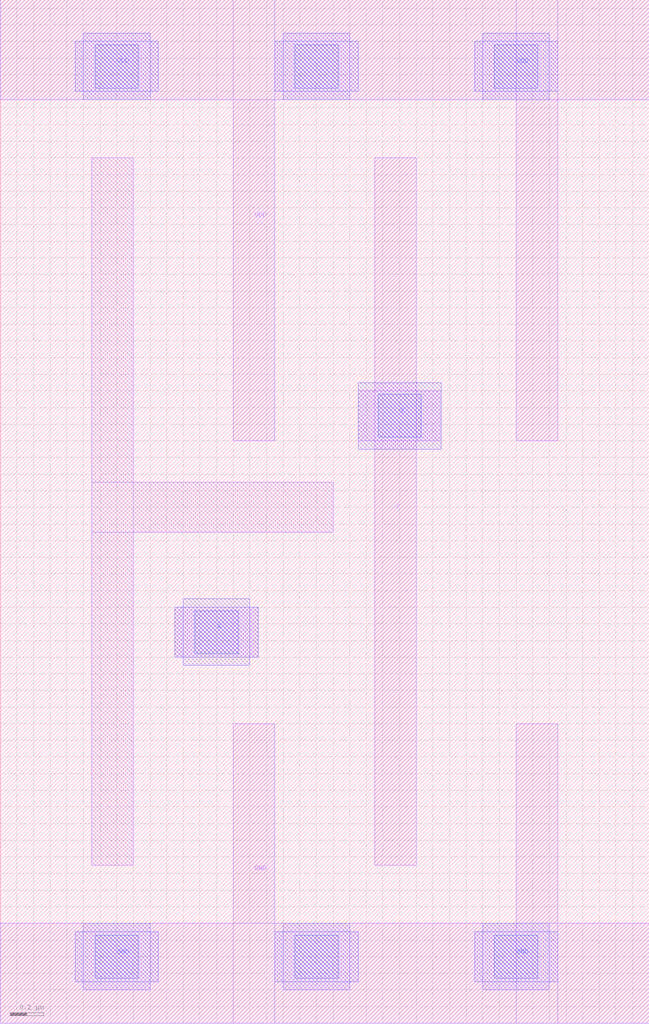
<source format=lef>
VERSION 5.7 ;
BUSBITCHARS "[]" ;
DIVIDERCHAR "/" ;

MACRO gf180mcu_osu_sc_9T_buf_2
  CLASS CORE ;
  ORIGIN 0 0 ;
  FOREIGN gf180mcu_osu_sc_9T_buf_2 0 0 ;
  SIZE 3.9 BY 6.15 ;
  SYMMETRY X Y ;
  SITE 9T ;
  PIN A
    DIRECTION INPUT ;
    USE SIGNAL ;
    PORT
      LAYER MET1 ;
        RECT 1.05 2.2 1.55 2.5 ;
      LAYER MET2 ;
        RECT 1.05 2.2 1.55 2.5 ;
        RECT 1.1 2.15 1.5 2.55 ;
      LAYER VIA12 ;
        RECT 1.17 2.22 1.43 2.48 ;
    END
  END A
  PIN GND
    DIRECTION INPUT ;
    USE SIGNAL ;
    PORT
      LAYER MET1 ;
        RECT 0 0 3.9 0.6 ;
        RECT 3.1 0 3.35 1.8 ;
        RECT 1.4 0 1.65 1.8 ;
      LAYER MET2 ;
        RECT 2.85 0.25 3.35 0.55 ;
        RECT 2.9 0.2 3.3 0.6 ;
        RECT 1.65 0.25 2.15 0.55 ;
        RECT 1.7 0.2 2.1 0.6 ;
        RECT 0.45 0.25 0.95 0.55 ;
        RECT 0.5 0.2 0.9 0.6 ;
      LAYER VIA12 ;
        RECT 0.57 0.27 0.83 0.53 ;
        RECT 1.77 0.27 2.03 0.53 ;
        RECT 2.97 0.27 3.23 0.53 ;
    END
  END GND
  PIN VDD
    DIRECTION INOUT ;
    USE POWER ;
    SHAPE ABUTMENT ;
    PORT
      LAYER MET1 ;
        RECT 0 5.55 3.9 6.15 ;
        RECT 3.1 3.5 3.35 6.15 ;
        RECT 1.4 3.5 1.65 6.15 ;
      LAYER MET2 ;
        RECT 2.85 5.6 3.35 5.9 ;
        RECT 2.9 5.55 3.3 5.95 ;
        RECT 1.65 5.6 2.15 5.9 ;
        RECT 1.7 5.55 2.1 5.95 ;
        RECT 0.45 5.6 0.95 5.9 ;
        RECT 0.5 5.55 0.9 5.95 ;
      LAYER VIA12 ;
        RECT 0.57 5.62 0.83 5.88 ;
        RECT 1.77 5.62 2.03 5.88 ;
        RECT 2.97 5.62 3.23 5.88 ;
    END
  END VDD
  PIN Y
    DIRECTION OUTPUT ;
    USE SIGNAL ;
    PORT
      LAYER MET1 ;
        RECT 2.15 3.5 2.65 3.8 ;
        RECT 2.25 0.95 2.5 5.2 ;
      LAYER MET2 ;
        RECT 2.15 3.45 2.65 3.85 ;
      LAYER VIA12 ;
        RECT 2.27 3.52 2.53 3.78 ;
    END
  END Y
  OBS
    LAYER MET1 ;
      RECT 0.55 0.95 0.8 5.2 ;
      RECT 0.55 2.95 2 3.25 ;
  END
END gf180mcu_osu_sc_9T_buf_2

</source>
